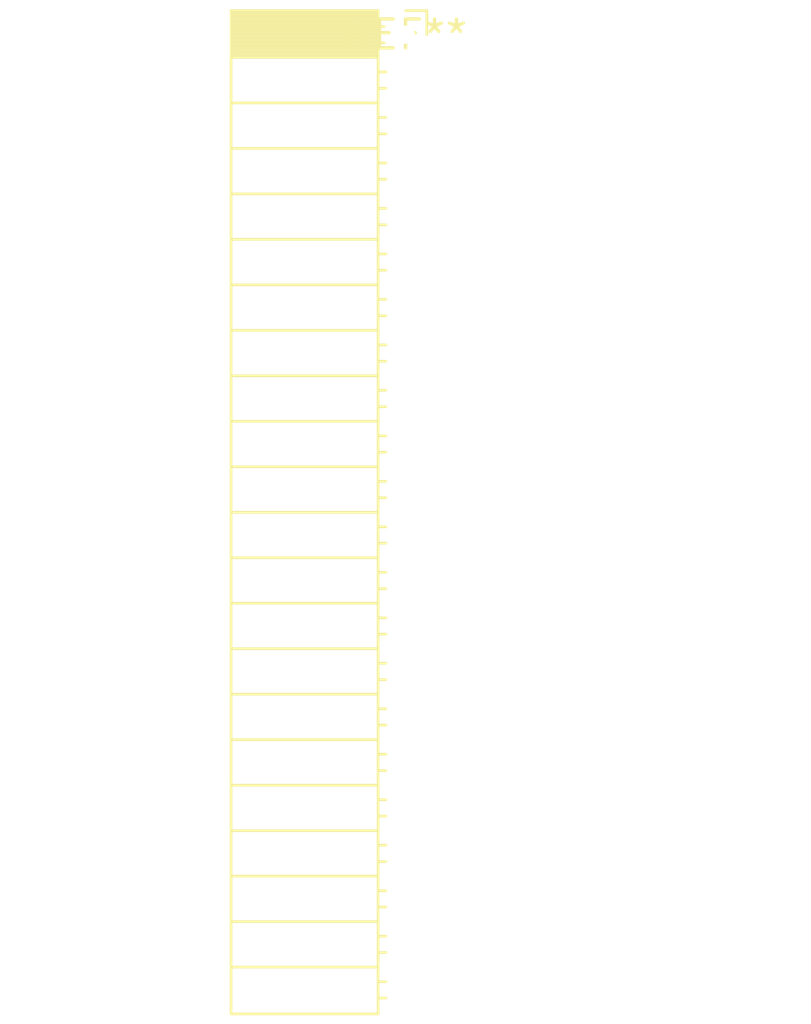
<source format=kicad_pcb>
(kicad_pcb (version 20240108) (generator pcbnew)
  (layers (0 "F.Cu" signal) (31 "B.Cu" signal) (34 "B.Paste" user) (35 "F.Paste" user) (36 "B.SilkS" user "B.Silkscreen") (37 "F.SilkS" user "F.Silkscreen") (38 "B.Mask" user) (39 "F.Mask" user) (44 "Edge.Cuts" user))
  (net 0 "")
  (footprint "PinSocket_1x22_P2.00mm_Horizontal" (layer "F.Cu") (at 0 0)
    (property "Reference" "REF**")
    (property "Value" "PinSocket_1x22_P2.00mm_Horizontal")
    (fp_line (start -7.68 -1.06) (end -7.68 43.06) (layer "F.SilkS") (stroke (width 0.12)))
    (fp_line (start -7.68 -1.06) (end -1.21 -1.06) (layer "F.SilkS") (stroke (width 0.12)))
    (fp_line (start -7.68 -0.94) (end -1.21 -0.94) (layer "F.SilkS") (stroke (width 0.12)))
    (fp_line (start -7.68 -0.825882) (end -1.21 -0.825882) (layer "F.SilkS") (stroke (width 0.12)))
    (fp_line (start -7.68 -0.711764) (end -1.21 -0.711764) (layer "F.SilkS") (stroke (width 0.12)))
    (fp_line (start -7.68 -0.597646) (end -1.21 -0.597646) (layer "F.SilkS") (stroke (width 0.12)))
    (fp_line (start -7.68 -0.483528) (end -1.21 -0.483528) (layer "F.SilkS") (stroke (width 0.12)))
    (fp_line (start -7.68 -0.36941) (end -1.21 -0.36941) (layer "F.SilkS") (stroke (width 0.12)))
    (fp_line (start -7.68 -0.255292) (end -1.21 -0.255292) (layer "F.SilkS") (stroke (width 0.12)))
    (fp_line (start -7.68 -0.141174) (end -1.21 -0.141174) (layer "F.SilkS") (stroke (width 0.12)))
    (fp_line (start -7.68 -0.027056) (end -1.21 -0.027056) (layer "F.SilkS") (stroke (width 0.12)))
    (fp_line (start -7.68 0.087062) (end -1.21 0.087062) (layer "F.SilkS") (stroke (width 0.12)))
    (fp_line (start -7.68 0.20118) (end -1.21 0.20118) (layer "F.SilkS") (stroke (width 0.12)))
    (fp_line (start -7.68 0.315298) (end -1.21 0.315298) (layer "F.SilkS") (stroke (width 0.12)))
    (fp_line (start -7.68 0.429416) (end -1.21 0.429416) (layer "F.SilkS") (stroke (width 0.12)))
    (fp_line (start -7.68 0.543534) (end -1.21 0.543534) (layer "F.SilkS") (stroke (width 0.12)))
    (fp_line (start -7.68 0.657652) (end -1.21 0.657652) (layer "F.SilkS") (stroke (width 0.12)))
    (fp_line (start -7.68 0.77177) (end -1.21 0.77177) (layer "F.SilkS") (stroke (width 0.12)))
    (fp_line (start -7.68 0.885888) (end -1.21 0.885888) (layer "F.SilkS") (stroke (width 0.12)))
    (fp_line (start -7.68 1) (end -1.21 1) (layer "F.SilkS") (stroke (width 0.12)))
    (fp_line (start -7.68 3) (end -1.21 3) (layer "F.SilkS") (stroke (width 0.12)))
    (fp_line (start -7.68 5) (end -1.21 5) (layer "F.SilkS") (stroke (width 0.12)))
    (fp_line (start -7.68 7) (end -1.21 7) (layer "F.SilkS") (stroke (width 0.12)))
    (fp_line (start -7.68 9) (end -1.21 9) (layer "F.SilkS") (stroke (width 0.12)))
    (fp_line (start -7.68 11) (end -1.21 11) (layer "F.SilkS") (stroke (width 0.12)))
    (fp_line (start -7.68 13) (end -1.21 13) (layer "F.SilkS") (stroke (width 0.12)))
    (fp_line (start -7.68 15) (end -1.21 15) (layer "F.SilkS") (stroke (width 0.12)))
    (fp_line (start -7.68 17) (end -1.21 17) (layer "F.SilkS") (stroke (width 0.12)))
    (fp_line (start -7.68 19) (end -1.21 19) (layer "F.SilkS") (stroke (width 0.12)))
    (fp_line (start -7.68 21) (end -1.21 21) (layer "F.SilkS") (stroke (width 0.12)))
    (fp_line (start -7.68 23) (end -1.21 23) (layer "F.SilkS") (stroke (width 0.12)))
    (fp_line (start -7.68 25) (end -1.21 25) (layer "F.SilkS") (stroke (width 0.12)))
    (fp_line (start -7.68 27) (end -1.21 27) (layer "F.SilkS") (stroke (width 0.12)))
    (fp_line (start -7.68 29) (end -1.21 29) (layer "F.SilkS") (stroke (width 0.12)))
    (fp_line (start -7.68 31) (end -1.21 31) (layer "F.SilkS") (stroke (width 0.12)))
    (fp_line (start -7.68 33) (end -1.21 33) (layer "F.SilkS") (stroke (width 0.12)))
    (fp_line (start -7.68 35) (end -1.21 35) (layer "F.SilkS") (stroke (width 0.12)))
    (fp_line (start -7.68 37) (end -1.21 37) (layer "F.SilkS") (stroke (width 0.12)))
    (fp_line (start -7.68 39) (end -1.21 39) (layer "F.SilkS") (stroke (width 0.12)))
    (fp_line (start -7.68 41) (end -1.21 41) (layer "F.SilkS") (stroke (width 0.12)))
    (fp_line (start -7.68 43.06) (end -1.21 43.06) (layer "F.SilkS") (stroke (width 0.12)))
    (fp_line (start -1.21 -1.06) (end -1.21 43.06) (layer "F.SilkS") (stroke (width 0.12)))
    (fp_line (start -1.21 -0.36) (end -0.935 -0.36) (layer "F.SilkS") (stroke (width 0.12)))
    (fp_line (start -1.21 0.36) (end -0.935 0.36) (layer "F.SilkS") (stroke (width 0.12)))
    (fp_line (start -1.21 1.64) (end -0.862917 1.64) (layer "F.SilkS") (stroke (width 0.12)))
    (fp_line (start -1.21 2.36) (end -0.862917 2.36) (layer "F.SilkS") (stroke (width 0.12)))
    (fp_line (start -1.21 3.64) (end -0.862917 3.64) (layer "F.SilkS") (stroke (width 0.12)))
    (fp_line (start -1.21 4.36) (end -0.862917 4.36) (layer "F.SilkS") (stroke (width 0.12)))
    (fp_line (start -1.21 5.64) (end -0.862917 5.64) (layer "F.SilkS") (stroke (width 0.12)))
    (fp_line (start -1.21 6.36) (end -0.862917 6.36) (layer "F.SilkS") (stroke (width 0.12)))
    (fp_line (start -1.21 7.64) (end -0.862917 7.64) (layer "F.SilkS") (stroke (width 0.12)))
    (fp_line (start -1.21 8.36) (end -0.862917 8.36) (layer "F.SilkS") (stroke (width 0.12)))
    (fp_line (start -1.21 9.64) (end -0.862917 9.64) (layer "F.SilkS") (stroke (width 0.12)))
    (fp_line (start -1.21 10.36) (end -0.862917 10.36) (layer "F.SilkS") (stroke (width 0.12)))
    (fp_line (start -1.21 11.64) (end -0.862917 11.64) (layer "F.SilkS") (stroke (width 0.12)))
    (fp_line (start -1.21 12.36) (end -0.862917 12.36) (layer "F.SilkS") (stroke (width 0.12)))
    (fp_line (start -1.21 13.64) (end -0.862917 13.64) (layer "F.SilkS") (stroke (width 0.12)))
    (fp_line (start -1.21 14.36) (end -0.862917 14.36) (layer "F.SilkS") (stroke (width 0.12)))
    (fp_line (start -1.21 15.64) (end -0.862917 15.64) (layer "F.SilkS") (stroke (width 0.12)))
    (fp_line (start -1.21 16.36) (end -0.862917 16.36) (layer "F.SilkS") (stroke (width 0.12)))
    (fp_line (start -1.21 17.64) (end -0.862917 17.64) (layer "F.SilkS") (stroke (width 0.12)))
    (fp_line (start -1.21 18.36) (end -0.862917 18.36) (layer "F.SilkS") (stroke (width 0.12)))
    (fp_line (start -1.21 19.64) (end -0.862917 19.64) (layer "F.SilkS") (stroke (width 0.12)))
    (fp_line (start -1.21 20.36) (end -0.862917 20.36) (layer "F.SilkS") (stroke (width 0.12)))
    (fp_line (start -1.21 21.64) (end -0.862917 21.64) (layer "F.SilkS") (stroke (width 0.12)))
    (fp_line (start -1.21 22.36) (end -0.862917 22.36) (layer "F.SilkS") (stroke (width 0.12)))
    (fp_line (start -1.21 23.64) (end -0.862917 23.64) (layer "F.SilkS") (stroke (width 0.12)))
    (fp_line (start -1.21 24.36) (end -0.862917 24.36) (layer "F.SilkS") (stroke (width 0.12)))
    (fp_line (start -1.21 25.64) (end -0.862917 25.64) (layer "F.SilkS") (stroke (width 0.12)))
    (fp_line (start -1.21 26.36) (end -0.862917 26.36) (layer "F.SilkS") (stroke (width 0.12)))
    (fp_line (start -1.21 27.64) (end -0.862917 27.64) (layer "F.SilkS") (stroke (width 0.12)))
    (fp_line (start -1.21 28.36) (end -0.862917 28.36) (layer "F.SilkS") (stroke (width 0.12)))
    (fp_line (start -1.21 29.64) (end -0.862917 29.64) (layer "F.SilkS") (stroke (width 0.12)))
    (fp_line (start -1.21 30.36) (end -0.862917 30.36) (layer "F.SilkS") (stroke (width 0.12)))
    (fp_line (start -1.21 31.64) (end -0.862917 31.64) (layer "F.SilkS") (stroke (width 0.12)))
    (fp_line (start -1.21 32.36) (end -0.862917 32.36) (layer "F.SilkS") (stroke (width 0.12)))
    (fp_line (start -1.21 33.64) (end -0.862917 33.64) (layer "F.SilkS") (stroke (width 0.12)))
    (fp_line (start -1.21 34.36) (end -0.862917 34.36) (layer "F.SilkS") (stroke (width 0.12)))
    (fp_line (start -1.21 35.64) (end -0.862917 35.64) (layer "F.SilkS") (stroke (width 0.12)))
    (fp_line (start -1.21 36.36) (end -0.862917 36.36) (layer "F.SilkS") (stroke (width 0.12)))
    (fp_line (start -1.21 37.64) (end -0.862917 37.64) (layer "F.SilkS") (stroke (width 0.12)))
    (fp_line (start -1.21 38.36) (end -0.862917 38.36) (layer "F.SilkS") (stroke (width 0.12)))
    (fp_line (start -1.21 39.64) (end -0.862917 39.64) (layer "F.SilkS") (stroke (width 0.12)))
    (fp_line (start -1.21 40.36) (end -0.862917 40.36) (layer "F.SilkS") (stroke (width 0.12)))
    (fp_line (start -1.21 41.64) (end -0.862917 41.64) (layer "F.SilkS") (stroke (width 0.12)))
    (fp_line (start -1.21 42.36) (end -0.862917 42.36) (layer "F.SilkS") (stroke (width 0.12)))
    (fp_line (start 0 -1.06) (end 0.935 -1.06) (layer "F.SilkS") (stroke (width 0.12)))
    (fp_line (start 0.935 -1.06) (end 0.935 0) (layer "F.SilkS") (stroke (width 0.12)))
    (pad "1" thru_hole rect (at 0 0) (size 1.35 1.35) (drill 0.8) (layers *.Cu *.Mask) (remove_unused_layers))
    (pad "2" thru_hole oval (at 0 2) (size 1.35 1.35) (drill 0.8) (layers *.Cu *.Mask) (remove_unused_layers))
    (pad "3" thru_hole oval (at 0 4) (size 1.35 1.35) (drill 0.8) (layers *.Cu *.Mask) (remove_unused_layers))
    (pad "4" thru_hole oval (at 0 6) (size 1.35 1.35) (drill 0.8) (layers *.Cu *.Mask) (remove_unused_layers))
    (pad "5" thru_hole oval (at 0 8) (size 1.35 1.35) (drill 0.8) (layers *.Cu *.Mask) (remove_unused_layers))
    (pad "6" thru_hole oval (at 0 10) (size 1.35 1.35) (drill 0.8) (layers *.Cu *.Mask) (remove_unused_layers))
    (pad "7" thru_hole oval (at 0 12) (size 1.35 1.35) (drill 0.8) (layers *.Cu *.Mask) (remove_unused_layers))
    (pad "8" thru_hole oval (at 0 14) (size 1.35 1.35) (drill 0.8) (layers *.Cu *.Mask) (remove_unused_layers))
    (pad "9" thru_hole oval (at 0 16) (size 1.35 1.35) (drill 0.8) (layers *.Cu *.Mask) (remove_unused_layers))
    (pad "10" thru_hole oval (at 0 18) (size 1.35 1.35) (drill 0.8) (layers *.Cu *.Mask) (remove_unused_layers))
    (pad "11" thru_hole oval (at 0 20) (size 1.35 1.35) (drill 0.8) (layers *.Cu *.Mask) (remove_unused_layers))
    (pad "12" thru_hole oval (at 0 22) (size 1.35 1.35) (drill 0.8) (layers *.Cu *.Mask) (remove_unused_layers))
    (pad "13" thru_hole oval (at 0 24) (size 1.35 1.35) (drill 0.8) (layers *.Cu *.Mask) (remove_unused_layers))
    (pad "14" thru_hole oval (at 0 26) (size 1.35 1.35) (drill 0.8) (layers *.Cu *.Mask) (remove_unused_layers))
    (pad "15" thru_hole oval (at 0 28) (size 1.35 1.35) (drill 0.8) (layers *.Cu *.Mask) (remove_unused_layers))
    (pad "16" thru_hole oval (at 0 30) (size 1.35 1.35) (drill 0.8) (layers *.Cu *.Mask) (remove_unused_layers))
    (pad "17" thru_hole oval (at 0 32) (size 1.35 1.35) (drill 0.8) (layers *.Cu *.Mask) (remove_unused_layers))
    (pad "18" thru_hole oval (at 0 34) (size 1.35 1.35) (drill 0.8) (layers *.Cu *.Mask) (remove_unused_layers))
    (pad "19" thru_hole oval (at 0 36) (size 1.35 1.35) (drill 0.8) (layers *.Cu *.Mask) (remove_unused_layers))
    (pad "20" thru_hole oval (at 0 38) (size 1.35 1.35) (drill 0.8) (layers *.Cu *.Mask) (remove_unused_layers))
    (pad "21" thru_hole oval (at 0 40) (size 1.35 1.35) (drill 0.8) (layers *.Cu *.Mask) (remove_unused_layers))
    (pad "22" thru_hole oval (at 0 42) (size 1.35 1.35) (drill 0.8) (layers *.Cu *.Mask) (remove_unused_layers))
  )
)
</source>
